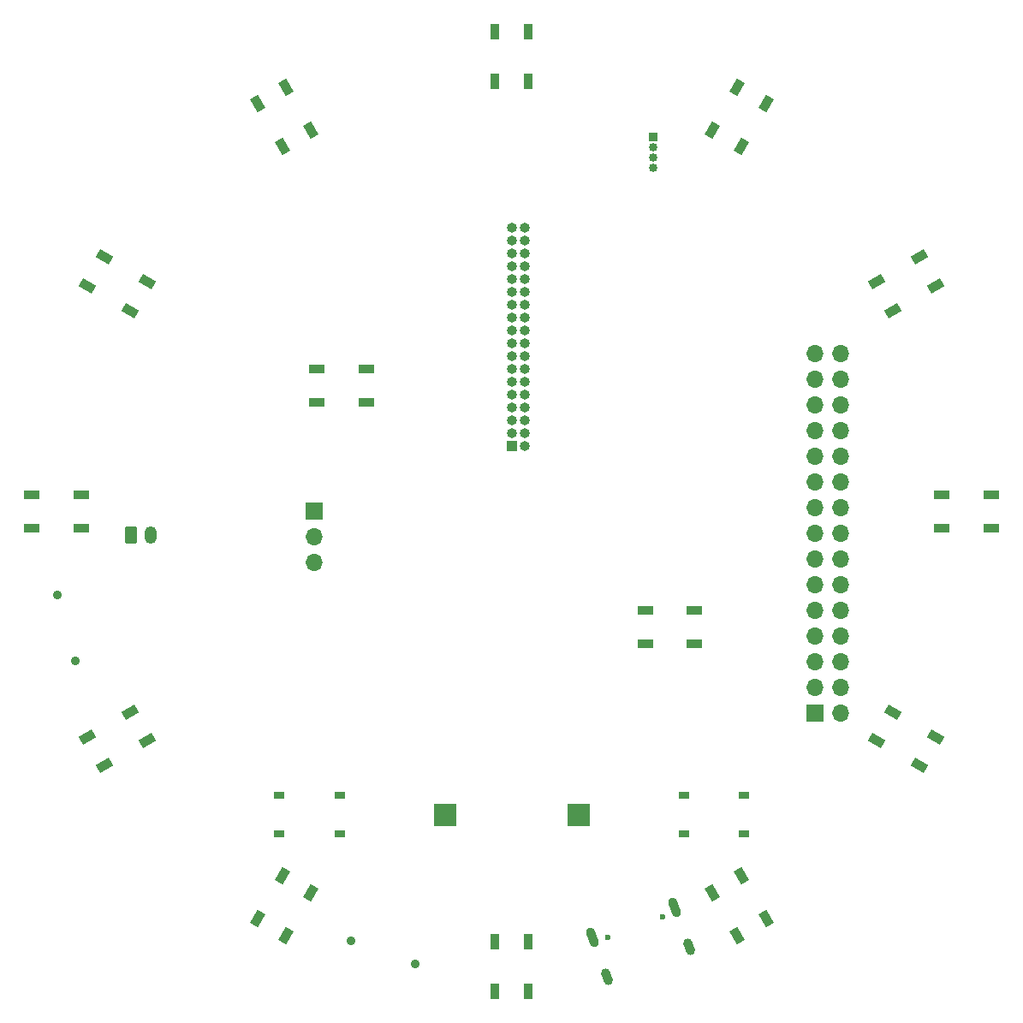
<source format=gbr>
%TF.GenerationSoftware,KiCad,Pcbnew,(6.0.8)*%
%TF.CreationDate,2022-10-25T22:06:49+02:00*%
%TF.ProjectId,Badge_v1,42616467-655f-4763-912e-6b696361645f,rev?*%
%TF.SameCoordinates,Original*%
%TF.FileFunction,Soldermask,Bot*%
%TF.FilePolarity,Negative*%
%FSLAX46Y46*%
G04 Gerber Fmt 4.6, Leading zero omitted, Abs format (unit mm)*
G04 Created by KiCad (PCBNEW (6.0.8)) date 2022-10-25 22:06:49*
%MOMM*%
%LPD*%
G01*
G04 APERTURE LIST*
G04 Aperture macros list*
%AMRoundRect*
0 Rectangle with rounded corners*
0 $1 Rounding radius*
0 $2 $3 $4 $5 $6 $7 $8 $9 X,Y pos of 4 corners*
0 Add a 4 corners polygon primitive as box body*
4,1,4,$2,$3,$4,$5,$6,$7,$8,$9,$2,$3,0*
0 Add four circle primitives for the rounded corners*
1,1,$1+$1,$2,$3*
1,1,$1+$1,$4,$5*
1,1,$1+$1,$6,$7*
1,1,$1+$1,$8,$9*
0 Add four rect primitives between the rounded corners*
20,1,$1+$1,$2,$3,$4,$5,0*
20,1,$1+$1,$4,$5,$6,$7,0*
20,1,$1+$1,$6,$7,$8,$9,0*
20,1,$1+$1,$8,$9,$2,$3,0*%
%AMHorizOval*
0 Thick line with rounded ends*
0 $1 width*
0 $2 $3 position (X,Y) of the first rounded end (center of the circle)*
0 $4 $5 position (X,Y) of the second rounded end (center of the circle)*
0 Add line between two ends*
20,1,$1,$2,$3,$4,$5,0*
0 Add two circle primitives to create the rounded ends*
1,1,$1,$2,$3*
1,1,$1,$4,$5*%
%AMRotRect*
0 Rectangle, with rotation*
0 The origin of the aperture is its center*
0 $1 length*
0 $2 width*
0 $3 Rotation angle, in degrees counterclockwise*
0 Add horizontal line*
21,1,$1,$2,0,0,$3*%
G04 Aperture macros list end*
%ADD10C,0.600000*%
%ADD11HorizOval,0.900000X-0.188111X0.516831X0.188111X-0.516831X0*%
%ADD12HorizOval,0.900000X-0.136808X0.375877X0.136808X-0.375877X0*%
%ADD13R,1.700000X1.700000*%
%ADD14O,1.700000X1.700000*%
%ADD15RoundRect,0.250000X-0.350000X-0.625000X0.350000X-0.625000X0.350000X0.625000X-0.350000X0.625000X0*%
%ADD16O,1.200000X1.750000*%
%ADD17R,1.000000X1.000000*%
%ADD18O,1.000000X1.000000*%
%ADD19R,0.850000X0.850000*%
%ADD20O,0.850000X0.850000*%
%ADD21C,0.900000*%
%ADD22RotRect,1.500000X0.900000X30.000000*%
%ADD23RotRect,1.500000X0.900000X300.000000*%
%ADD24RotRect,1.500000X0.900000X240.000000*%
%ADD25RotRect,1.500000X0.900000X330.000000*%
%ADD26RotRect,1.500000X0.900000X120.000000*%
%ADD27R,2.200000X2.200000*%
%ADD28R,0.900000X1.500000*%
%ADD29R,1.500000X0.900000*%
%ADD30RotRect,1.500000X0.900000X150.000000*%
%ADD31R,1.000000X0.750000*%
%ADD32RotRect,1.500000X0.900000X210.000000*%
%ADD33RotRect,1.500000X0.900000X60.000000*%
G04 APERTURE END LIST*
D10*
%TO.C,P1*%
X114939782Y-140136776D03*
X109508359Y-142113653D03*
D11*
X108000429Y-142151689D03*
X116119373Y-139196635D03*
D12*
X109426653Y-146070207D03*
X117545597Y-143115153D03*
%TD*%
D13*
%TO.C,J3*%
X80435000Y-100000000D03*
D14*
X80435000Y-102540000D03*
X80435000Y-105080000D03*
%TD*%
D15*
%TO.C,J1*%
X62320000Y-102320000D03*
D16*
X64320000Y-102320000D03*
%TD*%
D17*
%TO.C,J5*%
X100000000Y-93520000D03*
D18*
X101270000Y-93520000D03*
X100000000Y-92250000D03*
X101270000Y-92250000D03*
X100000000Y-90980000D03*
X101270000Y-90980000D03*
X100000000Y-89710000D03*
X101270000Y-89710000D03*
X100000000Y-88440000D03*
X101270000Y-88440000D03*
X100000000Y-87170000D03*
X101270000Y-87170000D03*
X100000000Y-85900000D03*
X101270000Y-85900000D03*
X100000000Y-84630000D03*
X101270000Y-84630000D03*
X100000000Y-83360000D03*
X101270000Y-83360000D03*
X100000000Y-82090000D03*
X101270000Y-82090000D03*
X100000000Y-80820000D03*
X101270000Y-80820000D03*
X100000000Y-79550000D03*
X101270000Y-79550000D03*
X100000000Y-78280000D03*
X101270000Y-78280000D03*
X100000000Y-77010000D03*
X101270000Y-77010000D03*
X100000000Y-75740000D03*
X101270000Y-75740000D03*
X100000000Y-74470000D03*
X101270000Y-74470000D03*
X100000000Y-73200000D03*
X101270000Y-73200000D03*
X100000000Y-71930000D03*
X101270000Y-71930000D03*
%TD*%
D19*
%TO.C,J2*%
X114000000Y-63000000D03*
D20*
X114000000Y-64000000D03*
X114000000Y-65000000D03*
X114000000Y-66000000D03*
%TD*%
D21*
%TO.C,SW3*%
X84085045Y-142467132D03*
X90474955Y-144792868D03*
%TD*%
D13*
%TO.C,J4*%
X130000000Y-120000000D03*
D14*
X132540000Y-120000000D03*
X130000000Y-117460000D03*
X132540000Y-117460000D03*
X130000000Y-114920000D03*
X132540000Y-114920000D03*
X130000000Y-112380000D03*
X132540000Y-112380000D03*
X130000000Y-109840000D03*
X132540000Y-109840000D03*
X130000000Y-107300000D03*
X132540000Y-107300000D03*
X130000000Y-104760000D03*
X132540000Y-104760000D03*
X130000000Y-102220000D03*
X132540000Y-102220000D03*
X130000000Y-99680000D03*
X132540000Y-99680000D03*
X130000000Y-97140000D03*
X132540000Y-97140000D03*
X130000000Y-94600000D03*
X132540000Y-94600000D03*
X130000000Y-92060000D03*
X132540000Y-92060000D03*
X130000000Y-89520000D03*
X132540000Y-89520000D03*
X130000000Y-86980000D03*
X132540000Y-86980000D03*
X130000000Y-84440000D03*
X132540000Y-84440000D03*
%TD*%
D21*
%TO.C,SW4*%
X56819985Y-114814148D03*
X55060015Y-108245852D03*
%TD*%
D22*
%TO.C,D5*%
X59703238Y-125153942D03*
X58053238Y-122296058D03*
X62296762Y-119846058D03*
X63946762Y-122703942D03*
%TD*%
D23*
%TO.C,D2*%
X74846058Y-59703238D03*
X77703942Y-58053238D03*
X80153942Y-62296762D03*
X77296058Y-63946762D03*
%TD*%
D24*
%TO.C,D12*%
X122296058Y-58053238D03*
X125153942Y-59703238D03*
X122703942Y-63946762D03*
X119846058Y-62296762D03*
%TD*%
D25*
%TO.C,D3*%
X58053238Y-77703942D03*
X59703238Y-74846058D03*
X63946762Y-77296058D03*
X62296762Y-80153942D03*
%TD*%
D26*
%TO.C,D8*%
X125153942Y-140296762D03*
X122296058Y-141946762D03*
X119846058Y-137703238D03*
X122703942Y-136053238D03*
%TD*%
D27*
%TO.C,BZ1*%
X106600000Y-130000000D03*
X93400000Y-130000000D03*
%TD*%
D28*
%TO.C,D1*%
X98350000Y-52550000D03*
X101650000Y-52550000D03*
X101650000Y-57450000D03*
X98350000Y-57450000D03*
%TD*%
D29*
%TO.C,D13*%
X118090000Y-109780000D03*
X118090000Y-113080000D03*
X113190000Y-113080000D03*
X113190000Y-109780000D03*
%TD*%
D30*
%TO.C,D9*%
X141946762Y-122296058D03*
X140296762Y-125153942D03*
X136053238Y-122703942D03*
X137703238Y-119846058D03*
%TD*%
D31*
%TO.C,SW6*%
X123000000Y-128125000D03*
X117000000Y-128125000D03*
X123000000Y-131875000D03*
X117000000Y-131875000D03*
%TD*%
D29*
%TO.C,D4*%
X52550000Y-101650000D03*
X52550000Y-98350000D03*
X57450000Y-98350000D03*
X57450000Y-101650000D03*
%TD*%
D31*
%TO.C,SW5*%
X77000000Y-128125000D03*
X83000000Y-128125000D03*
X77000000Y-131875000D03*
X83000000Y-131875000D03*
%TD*%
D28*
%TO.C,D7*%
X101650000Y-147450000D03*
X98350000Y-147450000D03*
X98350000Y-142550000D03*
X101650000Y-142550000D03*
%TD*%
D32*
%TO.C,D11*%
X140296762Y-74846058D03*
X141946762Y-77703942D03*
X137703238Y-80153942D03*
X136053238Y-77296058D03*
%TD*%
D29*
%TO.C,D10*%
X147450000Y-98350000D03*
X147450000Y-101650000D03*
X142550000Y-101650000D03*
X142550000Y-98350000D03*
%TD*%
D33*
%TO.C,D6*%
X77703942Y-141946762D03*
X74846058Y-140296762D03*
X77296058Y-136053238D03*
X80153942Y-137703238D03*
%TD*%
D29*
%TO.C,D14*%
X85620000Y-85960000D03*
X85620000Y-89260000D03*
X80720000Y-89260000D03*
X80720000Y-85960000D03*
%TD*%
M02*

</source>
